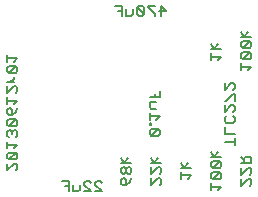
<source format=gbo>
G75*
G70*
%OFA0B0*%
%FSLAX24Y24*%
%IPPOS*%
%LPD*%
%AMOC8*
5,1,8,0,0,1.08239X$1,22.5*
%
%ADD10C,0.0060*%
D10*
X007363Y002255D02*
X007590Y002482D01*
X007647Y002482D01*
X007704Y002425D01*
X007704Y002312D01*
X007647Y002255D01*
X007363Y002255D02*
X007363Y002482D01*
X007420Y002623D02*
X007647Y002850D01*
X007420Y002850D01*
X007363Y002793D01*
X007363Y002680D01*
X007420Y002623D01*
X007647Y002623D01*
X007704Y002680D01*
X007704Y002793D01*
X007647Y002850D01*
X007590Y002992D02*
X007704Y003105D01*
X007363Y003105D01*
X007363Y002992D02*
X007363Y003218D01*
X007420Y003360D02*
X007363Y003417D01*
X007363Y003530D01*
X007420Y003587D01*
X007477Y003587D01*
X007533Y003530D01*
X007533Y003473D01*
X007533Y003530D02*
X007590Y003587D01*
X007647Y003587D01*
X007704Y003530D01*
X007704Y003417D01*
X007647Y003360D01*
X007647Y003728D02*
X007420Y003728D01*
X007647Y003955D01*
X007420Y003955D01*
X007363Y003898D01*
X007363Y003785D01*
X007420Y003728D01*
X007647Y003728D02*
X007704Y003785D01*
X007704Y003898D01*
X007647Y003955D01*
X007533Y004097D02*
X007420Y004097D01*
X007363Y004153D01*
X007363Y004267D01*
X007420Y004323D01*
X007477Y004323D01*
X007533Y004267D01*
X007533Y004097D01*
X007647Y004210D01*
X007704Y004323D01*
X007590Y004465D02*
X007704Y004578D01*
X007363Y004578D01*
X007363Y004465D02*
X007363Y004692D01*
X007363Y004833D02*
X007590Y005060D01*
X007647Y005060D01*
X007704Y005003D01*
X007704Y004890D01*
X007647Y004833D01*
X007363Y004833D02*
X007363Y005060D01*
X007363Y005202D02*
X007590Y005202D01*
X007477Y005202D02*
X007590Y005315D01*
X007590Y005372D01*
X007647Y005508D02*
X007420Y005508D01*
X007647Y005735D01*
X007420Y005735D01*
X007363Y005679D01*
X007363Y005565D01*
X007420Y005508D01*
X007647Y005508D02*
X007704Y005565D01*
X007704Y005679D01*
X007647Y005735D01*
X007590Y005877D02*
X007704Y005990D01*
X007363Y005990D01*
X007363Y005877D02*
X007363Y006104D01*
X011180Y007405D02*
X011180Y007745D01*
X010953Y007745D01*
X011322Y007632D02*
X011322Y007405D01*
X011492Y007405D01*
X011548Y007462D01*
X011548Y007632D01*
X011690Y007689D02*
X011917Y007462D01*
X011860Y007405D01*
X011747Y007405D01*
X011690Y007462D01*
X011690Y007689D01*
X011747Y007745D01*
X011860Y007745D01*
X011917Y007689D01*
X011917Y007462D01*
X012058Y007689D02*
X012285Y007462D01*
X012285Y007405D01*
X012483Y007405D02*
X012483Y007745D01*
X012653Y007575D01*
X012426Y007575D01*
X012058Y007689D02*
X012058Y007745D01*
X012285Y007745D01*
X011180Y007575D02*
X011067Y007575D01*
X014163Y006468D02*
X014277Y006298D01*
X014390Y006468D01*
X014504Y006298D02*
X014163Y006298D01*
X014163Y006157D02*
X014163Y005930D01*
X014163Y006043D02*
X014504Y006043D01*
X014390Y005930D01*
X015163Y006018D02*
X015163Y006132D01*
X015220Y006188D01*
X015447Y006188D01*
X015220Y005961D01*
X015163Y006018D01*
X015220Y005961D02*
X015447Y005961D01*
X015504Y006018D01*
X015504Y006132D01*
X015447Y006188D01*
X015447Y006330D02*
X015220Y006330D01*
X015447Y006557D01*
X015220Y006557D01*
X015163Y006500D01*
X015163Y006386D01*
X015220Y006330D01*
X015447Y006330D02*
X015504Y006386D01*
X015504Y006500D01*
X015447Y006557D01*
X015504Y006698D02*
X015163Y006698D01*
X015277Y006698D02*
X015390Y006868D01*
X015277Y006698D02*
X015163Y006868D01*
X015163Y005820D02*
X015163Y005593D01*
X015163Y005707D02*
X015504Y005707D01*
X015390Y005593D01*
X014954Y005107D02*
X014897Y005164D01*
X014840Y005164D01*
X014613Y004937D01*
X014613Y005164D01*
X014954Y005107D02*
X014954Y004993D01*
X014897Y004937D01*
X014897Y004795D02*
X014670Y004568D01*
X014613Y004568D01*
X014613Y004427D02*
X014613Y004200D01*
X014840Y004427D01*
X014897Y004427D01*
X014954Y004370D01*
X014954Y004257D01*
X014897Y004200D01*
X014897Y004059D02*
X014954Y004002D01*
X014954Y003888D01*
X014897Y003832D01*
X014670Y003832D01*
X014613Y003888D01*
X014613Y004002D01*
X014670Y004059D01*
X014613Y003690D02*
X014613Y003463D01*
X014954Y003463D01*
X014954Y003322D02*
X014954Y003095D01*
X014954Y003209D02*
X014613Y003209D01*
X014390Y002868D02*
X014277Y002698D01*
X014163Y002868D01*
X014163Y002698D02*
X014504Y002698D01*
X014447Y002557D02*
X014220Y002557D01*
X014163Y002500D01*
X014163Y002386D01*
X014220Y002330D01*
X014447Y002557D01*
X014504Y002500D01*
X014504Y002386D01*
X014447Y002330D01*
X014220Y002330D01*
X014220Y002188D02*
X014163Y002132D01*
X014163Y002018D01*
X014220Y001961D01*
X014447Y002188D01*
X014220Y002188D01*
X014220Y001961D02*
X014447Y001961D01*
X014504Y002018D01*
X014504Y002132D01*
X014447Y002188D01*
X015163Y002118D02*
X015163Y002345D01*
X015163Y002487D02*
X015504Y002487D01*
X015504Y002657D01*
X015447Y002714D01*
X015333Y002714D01*
X015277Y002657D01*
X015277Y002487D01*
X015277Y002600D02*
X015163Y002714D01*
X015390Y002345D02*
X015447Y002345D01*
X015504Y002289D01*
X015504Y002175D01*
X015447Y002118D01*
X015447Y001977D02*
X015504Y001920D01*
X015504Y001807D01*
X015447Y001750D01*
X015390Y001977D02*
X015163Y001750D01*
X015163Y001977D01*
X015163Y002118D02*
X015390Y002345D01*
X015390Y001977D02*
X015447Y001977D01*
X014504Y001707D02*
X014163Y001707D01*
X014163Y001820D02*
X014163Y001593D01*
X014390Y001593D02*
X014504Y001707D01*
X013504Y002093D02*
X013390Y001980D01*
X013504Y002093D02*
X013163Y002093D01*
X013163Y001980D02*
X013163Y002207D01*
X013163Y002348D02*
X013504Y002348D01*
X013390Y002518D02*
X013277Y002348D01*
X013163Y002518D01*
X012504Y002498D02*
X012163Y002498D01*
X012277Y002498D02*
X012163Y002668D01*
X012277Y002498D02*
X012390Y002668D01*
X012390Y002357D02*
X012447Y002357D01*
X012504Y002300D01*
X012504Y002186D01*
X012447Y002130D01*
X012447Y001988D02*
X012504Y001932D01*
X012504Y001818D01*
X012447Y001761D01*
X012390Y001988D02*
X012163Y001761D01*
X012163Y001988D01*
X012163Y002130D02*
X012390Y002357D01*
X012163Y002357D02*
X012163Y002130D01*
X012390Y001988D02*
X012447Y001988D01*
X011504Y001988D02*
X011447Y001875D01*
X011333Y001761D01*
X011333Y001932D01*
X011277Y001988D01*
X011220Y001988D01*
X011163Y001932D01*
X011163Y001818D01*
X011220Y001761D01*
X011333Y001761D01*
X010527Y001839D02*
X010470Y001895D01*
X010356Y001895D01*
X010300Y001839D01*
X010300Y001782D01*
X010527Y001555D01*
X010300Y001555D01*
X010158Y001555D02*
X009931Y001782D01*
X009931Y001839D01*
X009988Y001895D01*
X010102Y001895D01*
X010158Y001839D01*
X009790Y001782D02*
X009790Y001612D01*
X009733Y001555D01*
X009563Y001555D01*
X009563Y001782D01*
X009422Y001725D02*
X009308Y001725D01*
X009422Y001895D02*
X009195Y001895D01*
X009422Y001895D02*
X009422Y001555D01*
X009931Y001555D02*
X010158Y001555D01*
X011163Y002186D02*
X011220Y002130D01*
X011277Y002130D01*
X011333Y002186D01*
X011333Y002300D01*
X011277Y002357D01*
X011220Y002357D01*
X011163Y002300D01*
X011163Y002186D01*
X011333Y002186D02*
X011390Y002130D01*
X011447Y002130D01*
X011504Y002186D01*
X011504Y002300D01*
X011447Y002357D01*
X011390Y002357D01*
X011333Y002300D01*
X011277Y002498D02*
X011390Y002668D01*
X011277Y002498D02*
X011163Y002668D01*
X011163Y002498D02*
X011504Y002498D01*
X012170Y003398D02*
X012397Y003624D01*
X012170Y003624D01*
X012113Y003568D01*
X012113Y003454D01*
X012170Y003398D01*
X012397Y003398D01*
X012454Y003454D01*
X012454Y003568D01*
X012397Y003624D01*
X012170Y003766D02*
X012170Y003823D01*
X012113Y003823D01*
X012113Y003766D01*
X012170Y003766D01*
X012113Y003950D02*
X012113Y004177D01*
X012113Y004063D02*
X012454Y004063D01*
X012340Y003950D01*
X012340Y004318D02*
X012170Y004318D01*
X012113Y004375D01*
X012113Y004545D01*
X012340Y004545D01*
X012283Y004687D02*
X012283Y004800D01*
X012113Y004687D02*
X012454Y004687D01*
X012454Y004914D01*
X014897Y004795D02*
X014954Y004795D01*
X014954Y004568D01*
M02*

</source>
